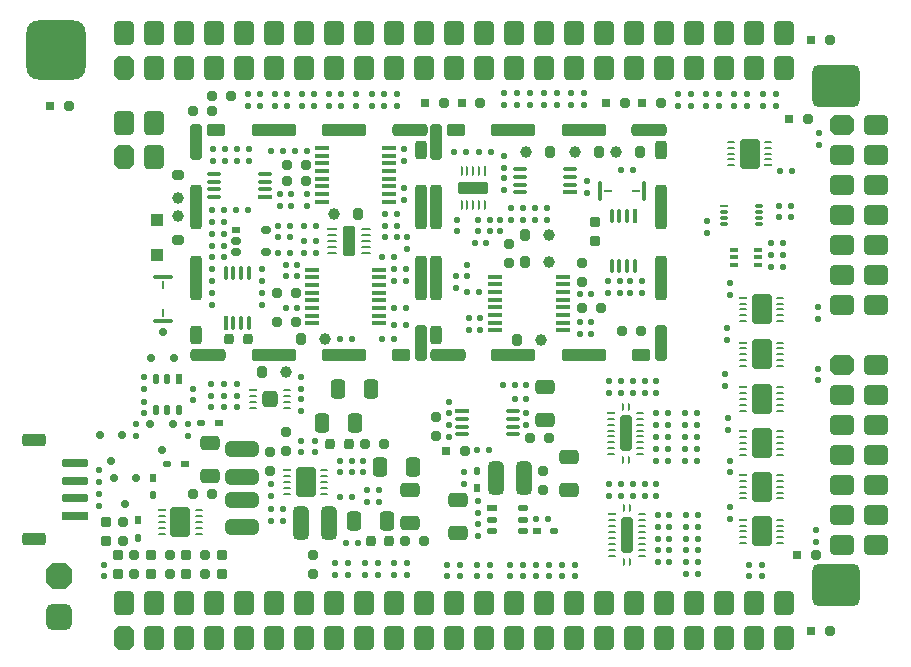
<source format=gbr>
%TF.GenerationSoftware,Altium Limited,Altium Designer,21.1.0 (24)*%
G04 Layer_Color=255*
%FSLAX45Y45*%
%MOMM*%
%TF.SameCoordinates,396C0E3A-29EE-4C6C-8395-06145A698007*%
%TF.FilePolarity,Positive*%
%TF.FileFunction,Pads,Top*%
%TF.Part,Single*%
G01*
G75*
%TA.AperFunction,SMDPad,CuDef*%
G04:AMPARAMS|DCode=11|XSize=3mm|YSize=1mm|CornerRadius=0.25mm|HoleSize=0mm|Usage=FLASHONLY|Rotation=0.000|XOffset=0mm|YOffset=0mm|HoleType=Round|Shape=RoundedRectangle|*
%AMROUNDEDRECTD11*
21,1,3.00000,0.50000,0,0,0.0*
21,1,2.50000,1.00000,0,0,0.0*
1,1,0.50000,1.25000,-0.25000*
1,1,0.50000,-1.25000,-0.25000*
1,1,0.50000,-1.25000,0.25000*
1,1,0.50000,1.25000,0.25000*
%
%ADD11ROUNDEDRECTD11*%
G04:AMPARAMS|DCode=12|XSize=1.6mm|YSize=1mm|CornerRadius=0.25mm|HoleSize=0mm|Usage=FLASHONLY|Rotation=90.000|XOffset=0mm|YOffset=0mm|HoleType=Round|Shape=RoundedRectangle|*
%AMROUNDEDRECTD12*
21,1,1.60000,0.50000,0,0,90.0*
21,1,1.10000,1.00000,0,0,90.0*
1,1,0.50000,0.25000,0.55000*
1,1,0.50000,0.25000,-0.55000*
1,1,0.50000,-0.25000,-0.55000*
1,1,0.50000,-0.25000,0.55000*
%
%ADD12ROUNDEDRECTD12*%
G04:AMPARAMS|DCode=13|XSize=3.8mm|YSize=1mm|CornerRadius=0.25mm|HoleSize=0mm|Usage=FLASHONLY|Rotation=270.000|XOffset=0mm|YOffset=0mm|HoleType=Round|Shape=RoundedRectangle|*
%AMROUNDEDRECTD13*
21,1,3.80000,0.50000,0,0,270.0*
21,1,3.30000,1.00000,0,0,270.0*
1,1,0.50000,-0.25000,-1.65000*
1,1,0.50000,-0.25000,1.65000*
1,1,0.50000,0.25000,1.65000*
1,1,0.50000,0.25000,-1.65000*
%
%ADD13ROUNDEDRECTD13*%
G04:AMPARAMS|DCode=14|XSize=3.8mm|YSize=1mm|CornerRadius=0.25mm|HoleSize=0mm|Usage=FLASHONLY|Rotation=0.000|XOffset=0mm|YOffset=0mm|HoleType=Round|Shape=RoundedRectangle|*
%AMROUNDEDRECTD14*
21,1,3.80000,0.50000,0,0,0.0*
21,1,3.30000,1.00000,0,0,0.0*
1,1,0.50000,1.65000,-0.25000*
1,1,0.50000,-1.65000,-0.25000*
1,1,0.50000,-1.65000,0.25000*
1,1,0.50000,1.65000,0.25000*
%
%ADD14ROUNDEDRECTD14*%
G04:AMPARAMS|DCode=15|XSize=3mm|YSize=1mm|CornerRadius=0.25mm|HoleSize=0mm|Usage=FLASHONLY|Rotation=270.000|XOffset=0mm|YOffset=0mm|HoleType=Round|Shape=RoundedRectangle|*
%AMROUNDEDRECTD15*
21,1,3.00000,0.50000,0,0,270.0*
21,1,2.50000,1.00000,0,0,270.0*
1,1,0.50000,-0.25000,-1.25000*
1,1,0.50000,-0.25000,1.25000*
1,1,0.50000,0.25000,1.25000*
1,1,0.50000,0.25000,-1.25000*
%
%ADD15ROUNDEDRECTD15*%
G04:AMPARAMS|DCode=16|XSize=1.6mm|YSize=1mm|CornerRadius=0.25mm|HoleSize=0mm|Usage=FLASHONLY|Rotation=0.000|XOffset=0mm|YOffset=0mm|HoleType=Round|Shape=RoundedRectangle|*
%AMROUNDEDRECTD16*
21,1,1.60000,0.50000,0,0,0.0*
21,1,1.10000,1.00000,0,0,0.0*
1,1,0.50000,0.55000,-0.25000*
1,1,0.50000,-0.55000,-0.25000*
1,1,0.50000,-0.55000,0.25000*
1,1,0.50000,0.55000,0.25000*
%
%ADD16ROUNDEDRECTD16*%
%ADD17R,0.24000X0.70000*%
%ADD18O,1.70000X0.30000*%
%ADD19R,0.70000X0.24000*%
%ADD20O,0.30000X1.70000*%
G04:AMPARAMS|DCode=21|XSize=0.55mm|YSize=0.9mm|CornerRadius=0.1375mm|HoleSize=0mm|Usage=FLASHONLY|Rotation=90.000|XOffset=0mm|YOffset=0mm|HoleType=Round|Shape=RoundedRectangle|*
%AMROUNDEDRECTD21*
21,1,0.55000,0.62500,0,0,90.0*
21,1,0.27500,0.90000,0,0,90.0*
1,1,0.27500,0.31250,0.13750*
1,1,0.27500,0.31250,-0.13750*
1,1,0.27500,-0.31250,-0.13750*
1,1,0.27500,-0.31250,0.13750*
%
%ADD21ROUNDEDRECTD21*%
%ADD22R,0.90000X0.55000*%
%ADD23R,1.15000X0.38000*%
G04:AMPARAMS|DCode=24|XSize=0.38mm|YSize=1.15mm|CornerRadius=0.095mm|HoleSize=0mm|Usage=FLASHONLY|Rotation=90.000|XOffset=0mm|YOffset=0mm|HoleType=Round|Shape=RoundedRectangle|*
%AMROUNDEDRECTD24*
21,1,0.38000,0.96000,0,0,90.0*
21,1,0.19000,1.15000,0,0,90.0*
1,1,0.19000,0.48000,0.09500*
1,1,0.19000,0.48000,-0.09500*
1,1,0.19000,-0.48000,-0.09500*
1,1,0.19000,-0.48000,0.09500*
%
%ADD24ROUNDEDRECTD24*%
%ADD25R,1.20000X0.38000*%
G04:AMPARAMS|DCode=26|XSize=0.38mm|YSize=1.2mm|CornerRadius=0.095mm|HoleSize=0mm|Usage=FLASHONLY|Rotation=90.000|XOffset=0mm|YOffset=0mm|HoleType=Round|Shape=RoundedRectangle|*
%AMROUNDEDRECTD26*
21,1,0.38000,1.01000,0,0,90.0*
21,1,0.19000,1.20000,0,0,90.0*
1,1,0.19000,0.50500,0.09500*
1,1,0.19000,0.50500,-0.09500*
1,1,0.19000,-0.50500,-0.09500*
1,1,0.19000,-0.50500,0.09500*
%
%ADD26ROUNDEDRECTD26*%
%ADD27R,0.70000X0.25000*%
G04:AMPARAMS|DCode=28|XSize=0.25mm|YSize=0.7mm|CornerRadius=0.0625mm|HoleSize=0mm|Usage=FLASHONLY|Rotation=90.000|XOffset=0mm|YOffset=0mm|HoleType=Round|Shape=RoundedRectangle|*
%AMROUNDEDRECTD28*
21,1,0.25000,0.57500,0,0,90.0*
21,1,0.12500,0.70000,0,0,90.0*
1,1,0.12500,0.28750,0.06250*
1,1,0.12500,0.28750,-0.06250*
1,1,0.12500,-0.28750,-0.06250*
1,1,0.12500,-0.28750,0.06250*
%
%ADD28ROUNDEDRECTD28*%
G04:AMPARAMS|DCode=29|XSize=1.4mm|YSize=1.3mm|CornerRadius=0.325mm|HoleSize=0mm|Usage=FLASHONLY|Rotation=90.000|XOffset=0mm|YOffset=0mm|HoleType=Round|Shape=RoundedRectangle|*
%AMROUNDEDRECTD29*
21,1,1.40000,0.65000,0,0,90.0*
21,1,0.75000,1.30000,0,0,90.0*
1,1,0.65000,0.32500,0.37500*
1,1,0.65000,0.32500,-0.37500*
1,1,0.65000,-0.32500,-0.37500*
1,1,0.65000,-0.32500,0.37500*
%
%ADD29ROUNDEDRECTD29*%
G04:AMPARAMS|DCode=30|XSize=2.55mm|YSize=1.1mm|CornerRadius=0.275mm|HoleSize=0mm|Usage=FLASHONLY|Rotation=90.000|XOffset=0mm|YOffset=0mm|HoleType=Round|Shape=RoundedRectangle|*
%AMROUNDEDRECTD30*
21,1,2.55000,0.55000,0,0,90.0*
21,1,2.00000,1.10000,0,0,90.0*
1,1,0.55000,0.27500,1.00000*
1,1,0.55000,0.27500,-1.00000*
1,1,0.55000,-0.27500,-1.00000*
1,1,0.55000,-0.27500,1.00000*
%
%ADD30ROUNDEDRECTD30*%
G04:AMPARAMS|DCode=31|XSize=0.25mm|YSize=0.85mm|CornerRadius=0.0625mm|HoleSize=0mm|Usage=FLASHONLY|Rotation=90.000|XOffset=0mm|YOffset=0mm|HoleType=Round|Shape=RoundedRectangle|*
%AMROUNDEDRECTD31*
21,1,0.25000,0.72500,0,0,90.0*
21,1,0.12500,0.85000,0,0,90.0*
1,1,0.12500,0.36250,0.06250*
1,1,0.12500,0.36250,-0.06250*
1,1,0.12500,-0.36250,-0.06250*
1,1,0.12500,-0.36250,0.06250*
%
%ADD31ROUNDEDRECTD31*%
%ADD32R,0.85000X0.25000*%
G04:AMPARAMS|DCode=33|XSize=0.55mm|YSize=0.9mm|CornerRadius=0.1375mm|HoleSize=0mm|Usage=FLASHONLY|Rotation=0.000|XOffset=0mm|YOffset=0mm|HoleType=Round|Shape=RoundedRectangle|*
%AMROUNDEDRECTD33*
21,1,0.55000,0.62500,0,0,0.0*
21,1,0.27500,0.90000,0,0,0.0*
1,1,0.27500,0.13750,-0.31250*
1,1,0.27500,-0.13750,-0.31250*
1,1,0.27500,-0.13750,0.31250*
1,1,0.27500,0.13750,0.31250*
%
%ADD33ROUNDEDRECTD33*%
%ADD34R,0.55000X0.90000*%
%ADD35R,0.80000X0.60000*%
G04:AMPARAMS|DCode=36|XSize=0.6mm|YSize=0.8mm|CornerRadius=0.15mm|HoleSize=0mm|Usage=FLASHONLY|Rotation=90.000|XOffset=0mm|YOffset=0mm|HoleType=Round|Shape=RoundedRectangle|*
%AMROUNDEDRECTD36*
21,1,0.60000,0.50000,0,0,90.0*
21,1,0.30000,0.80000,0,0,90.0*
1,1,0.30000,0.25000,0.15000*
1,1,0.30000,0.25000,-0.15000*
1,1,0.30000,-0.25000,-0.15000*
1,1,0.30000,-0.25000,0.15000*
%
%ADD36ROUNDEDRECTD36*%
%ADD37R,0.38000X1.15000*%
G04:AMPARAMS|DCode=38|XSize=0.38mm|YSize=1.15mm|CornerRadius=0.095mm|HoleSize=0mm|Usage=FLASHONLY|Rotation=180.000|XOffset=0mm|YOffset=0mm|HoleType=Round|Shape=RoundedRectangle|*
%AMROUNDEDRECTD38*
21,1,0.38000,0.96000,0,0,180.0*
21,1,0.19000,1.15000,0,0,180.0*
1,1,0.19000,-0.09500,0.48000*
1,1,0.19000,0.09500,0.48000*
1,1,0.19000,0.09500,-0.48000*
1,1,0.19000,-0.09500,-0.48000*
%
%ADD38ROUNDEDRECTD38*%
G04:AMPARAMS|DCode=39|XSize=2.5mm|YSize=1.7mm|CornerRadius=0.17mm|HoleSize=0mm|Usage=FLASHONLY|Rotation=90.000|XOffset=0mm|YOffset=0mm|HoleType=Round|Shape=RoundedRectangle|*
%AMROUNDEDRECTD39*
21,1,2.50000,1.36000,0,0,90.0*
21,1,2.16000,1.70000,0,0,90.0*
1,1,0.34000,0.68000,1.08000*
1,1,0.34000,0.68000,-1.08000*
1,1,0.34000,-0.68000,-1.08000*
1,1,0.34000,-0.68000,1.08000*
%
%ADD39ROUNDEDRECTD39*%
%ADD40R,0.65000X0.27000*%
G04:AMPARAMS|DCode=41|XSize=0.27mm|YSize=0.65mm|CornerRadius=0.0675mm|HoleSize=0mm|Usage=FLASHONLY|Rotation=90.000|XOffset=0mm|YOffset=0mm|HoleType=Round|Shape=RoundedRectangle|*
%AMROUNDEDRECTD41*
21,1,0.27000,0.51501,0,0,90.0*
21,1,0.13500,0.65000,0,0,90.0*
1,1,0.13500,0.25750,0.06750*
1,1,0.13500,0.25750,-0.06750*
1,1,0.13500,-0.25750,-0.06750*
1,1,0.13500,-0.25750,0.06750*
%
%ADD41ROUNDEDRECTD41*%
%ADD42R,0.70000X0.38000*%
G04:AMPARAMS|DCode=43|XSize=0.38mm|YSize=0.7mm|CornerRadius=0.095mm|HoleSize=0mm|Usage=FLASHONLY|Rotation=90.000|XOffset=0mm|YOffset=0mm|HoleType=Round|Shape=RoundedRectangle|*
%AMROUNDEDRECTD43*
21,1,0.38000,0.51000,0,0,90.0*
21,1,0.19000,0.70000,0,0,90.0*
1,1,0.19000,0.25500,0.09500*
1,1,0.19000,0.25500,-0.09500*
1,1,0.19000,-0.25500,-0.09500*
1,1,0.19000,-0.25500,0.09500*
%
%ADD43ROUNDEDRECTD43*%
G04:AMPARAMS|DCode=44|XSize=0.25mm|YSize=0.7mm|CornerRadius=0.0625mm|HoleSize=0mm|Usage=FLASHONLY|Rotation=0.000|XOffset=0mm|YOffset=0mm|HoleType=Round|Shape=RoundedRectangle|*
%AMROUNDEDRECTD44*
21,1,0.25000,0.57500,0,0,0.0*
21,1,0.12500,0.70000,0,0,0.0*
1,1,0.12500,0.06250,-0.28750*
1,1,0.12500,-0.06250,-0.28750*
1,1,0.12500,-0.06250,0.28750*
1,1,0.12500,0.06250,0.28750*
%
%ADD44ROUNDEDRECTD44*%
G04:AMPARAMS|DCode=45|XSize=1mm|YSize=3mm|CornerRadius=0.25mm|HoleSize=0mm|Usage=FLASHONLY|Rotation=0.000|XOffset=0mm|YOffset=0mm|HoleType=Round|Shape=RoundedRectangle|*
%AMROUNDEDRECTD45*
21,1,1.00000,2.50000,0,0,0.0*
21,1,0.50000,3.00000,0,0,0.0*
1,1,0.50000,0.25000,-1.25000*
1,1,0.50000,-0.25000,-1.25000*
1,1,0.50000,-0.25000,1.25000*
1,1,0.50000,0.25000,1.25000*
%
%ADD45ROUNDEDRECTD45*%
G04:AMPARAMS|DCode=46|XSize=2.55mm|YSize=1.1mm|CornerRadius=0.275mm|HoleSize=0mm|Usage=FLASHONLY|Rotation=0.000|XOffset=0mm|YOffset=0mm|HoleType=Round|Shape=RoundedRectangle|*
%AMROUNDEDRECTD46*
21,1,2.55000,0.55000,0,0,0.0*
21,1,2.00000,1.10000,0,0,0.0*
1,1,0.55000,1.00000,-0.27500*
1,1,0.55000,-1.00000,-0.27500*
1,1,0.55000,-1.00000,0.27500*
1,1,0.55000,1.00000,0.27500*
%
%ADD46ROUNDEDRECTD46*%
G04:AMPARAMS|DCode=47|XSize=0.25mm|YSize=0.85mm|CornerRadius=0.0625mm|HoleSize=0mm|Usage=FLASHONLY|Rotation=0.000|XOffset=0mm|YOffset=0mm|HoleType=Round|Shape=RoundedRectangle|*
%AMROUNDEDRECTD47*
21,1,0.25000,0.72500,0,0,0.0*
21,1,0.12500,0.85000,0,0,0.0*
1,1,0.12500,0.06250,-0.36250*
1,1,0.12500,-0.06250,-0.36250*
1,1,0.12500,-0.06250,0.36250*
1,1,0.12500,0.06250,0.36250*
%
%ADD47ROUNDEDRECTD47*%
%ADD48R,0.25000X0.85000*%
%ADD49C,1.00000*%
G04:AMPARAMS|DCode=50|XSize=0.8mm|YSize=1mm|CornerRadius=0.2mm|HoleSize=0mm|Usage=FLASHONLY|Rotation=180.000|XOffset=0mm|YOffset=0mm|HoleType=Round|Shape=RoundedRectangle|*
%AMROUNDEDRECTD50*
21,1,0.80000,0.60000,0,0,180.0*
21,1,0.40000,1.00000,0,0,180.0*
1,1,0.40000,-0.20000,0.30000*
1,1,0.40000,0.20000,0.30000*
1,1,0.40000,0.20000,-0.30000*
1,1,0.40000,-0.20000,-0.30000*
%
%ADD50ROUNDEDRECTD50*%
G04:AMPARAMS|DCode=51|XSize=0.8mm|YSize=1mm|CornerRadius=0.2mm|HoleSize=0mm|Usage=FLASHONLY|Rotation=90.000|XOffset=0mm|YOffset=0mm|HoleType=Round|Shape=RoundedRectangle|*
%AMROUNDEDRECTD51*
21,1,0.80000,0.60000,0,0,90.0*
21,1,0.40000,1.00000,0,0,90.0*
1,1,0.40000,0.30000,0.20000*
1,1,0.40000,0.30000,-0.20000*
1,1,0.40000,-0.30000,-0.20000*
1,1,0.40000,-0.30000,0.20000*
%
%ADD51ROUNDEDRECTD51*%
G04:AMPARAMS|DCode=52|XSize=0.6mm|YSize=0.7mm|CornerRadius=0.15mm|HoleSize=0mm|Usage=FLASHONLY|Rotation=0.000|XOffset=0mm|YOffset=0mm|HoleType=Round|Shape=RoundedRectangle|*
%AMROUNDEDRECTD52*
21,1,0.60000,0.40000,0,0,0.0*
21,1,0.30000,0.70000,0,0,0.0*
1,1,0.30000,0.15000,-0.20000*
1,1,0.30000,-0.15000,-0.20000*
1,1,0.30000,-0.15000,0.20000*
1,1,0.30000,0.15000,0.20000*
%
%ADD52ROUNDEDRECTD52*%
G04:AMPARAMS|DCode=53|XSize=0.5mm|YSize=0.5mm|CornerRadius=0.125mm|HoleSize=0mm|Usage=FLASHONLY|Rotation=90.000|XOffset=0mm|YOffset=0mm|HoleType=Round|Shape=RoundedRectangle|*
%AMROUNDEDRECTD53*
21,1,0.50000,0.25000,0,0,90.0*
21,1,0.25000,0.50000,0,0,90.0*
1,1,0.25000,0.12500,0.12500*
1,1,0.25000,0.12500,-0.12500*
1,1,0.25000,-0.12500,-0.12500*
1,1,0.25000,-0.12500,0.12500*
%
%ADD53ROUNDEDRECTD53*%
G04:AMPARAMS|DCode=54|XSize=0.5mm|YSize=0.5mm|CornerRadius=0.125mm|HoleSize=0mm|Usage=FLASHONLY|Rotation=180.000|XOffset=0mm|YOffset=0mm|HoleType=Round|Shape=RoundedRectangle|*
%AMROUNDEDRECTD54*
21,1,0.50000,0.25000,0,0,180.0*
21,1,0.25000,0.50000,0,0,180.0*
1,1,0.25000,-0.12500,0.12500*
1,1,0.25000,0.12500,0.12500*
1,1,0.25000,0.12500,-0.12500*
1,1,0.25000,-0.12500,-0.12500*
%
%ADD54ROUNDEDRECTD54*%
G04:AMPARAMS|DCode=55|XSize=0.9mm|YSize=0.8mm|CornerRadius=0.2mm|HoleSize=0mm|Usage=FLASHONLY|Rotation=270.000|XOffset=0mm|YOffset=0mm|HoleType=Round|Shape=RoundedRectangle|*
%AMROUNDEDRECTD55*
21,1,0.90000,0.40000,0,0,270.0*
21,1,0.50000,0.80000,0,0,270.0*
1,1,0.40000,-0.20000,-0.25000*
1,1,0.40000,-0.20000,0.25000*
1,1,0.40000,0.20000,0.25000*
1,1,0.40000,0.20000,-0.25000*
%
%ADD55ROUNDEDRECTD55*%
G04:AMPARAMS|DCode=56|XSize=0.9mm|YSize=0.8mm|CornerRadius=0.2mm|HoleSize=0mm|Usage=FLASHONLY|Rotation=0.000|XOffset=0mm|YOffset=0mm|HoleType=Round|Shape=RoundedRectangle|*
%AMROUNDEDRECTD56*
21,1,0.90000,0.40000,0,0,0.0*
21,1,0.50000,0.80000,0,0,0.0*
1,1,0.40000,0.25000,-0.20000*
1,1,0.40000,-0.25000,-0.20000*
1,1,0.40000,-0.25000,0.20000*
1,1,0.40000,0.25000,0.20000*
%
%ADD56ROUNDEDRECTD56*%
%ADD57R,2.20000X0.70000*%
G04:AMPARAMS|DCode=58|XSize=2.2mm|YSize=0.7mm|CornerRadius=0.175mm|HoleSize=0mm|Usage=FLASHONLY|Rotation=180.000|XOffset=0mm|YOffset=0mm|HoleType=Round|Shape=RoundedRectangle|*
%AMROUNDEDRECTD58*
21,1,2.20000,0.35000,0,0,180.0*
21,1,1.85000,0.70000,0,0,180.0*
1,1,0.35000,-0.92500,0.17500*
1,1,0.35000,0.92500,0.17500*
1,1,0.35000,0.92500,-0.17500*
1,1,0.35000,-0.92500,-0.17500*
%
%ADD58ROUNDEDRECTD58*%
G04:AMPARAMS|DCode=59|XSize=2mm|YSize=1.1mm|CornerRadius=0.275mm|HoleSize=0mm|Usage=FLASHONLY|Rotation=180.000|XOffset=0mm|YOffset=0mm|HoleType=Round|Shape=RoundedRectangle|*
%AMROUNDEDRECTD59*
21,1,2.00000,0.55000,0,0,180.0*
21,1,1.45000,1.10000,0,0,180.0*
1,1,0.55000,-0.72500,0.27500*
1,1,0.55000,0.72500,0.27500*
1,1,0.55000,0.72500,-0.27500*
1,1,0.55000,-0.72500,-0.27500*
%
%ADD59ROUNDEDRECTD59*%
G04:AMPARAMS|DCode=60|XSize=2.8mm|YSize=1.3mm|CornerRadius=0.325mm|HoleSize=0mm|Usage=FLASHONLY|Rotation=90.000|XOffset=0mm|YOffset=0mm|HoleType=Round|Shape=RoundedRectangle|*
%AMROUNDEDRECTD60*
21,1,2.80000,0.65000,0,0,90.0*
21,1,2.15000,1.30000,0,0,90.0*
1,1,0.65000,0.32500,1.07500*
1,1,0.65000,0.32500,-1.07500*
1,1,0.65000,-0.32500,-1.07500*
1,1,0.65000,-0.32500,1.07500*
%
%ADD60ROUNDEDRECTD60*%
G04:AMPARAMS|DCode=61|XSize=2.8mm|YSize=1.3mm|CornerRadius=0.325mm|HoleSize=0mm|Usage=FLASHONLY|Rotation=0.000|XOffset=0mm|YOffset=0mm|HoleType=Round|Shape=RoundedRectangle|*
%AMROUNDEDRECTD61*
21,1,2.80000,0.65000,0,0,0.0*
21,1,2.15000,1.30000,0,0,0.0*
1,1,0.65000,1.07500,-0.32500*
1,1,0.65000,-1.07500,-0.32500*
1,1,0.65000,-1.07500,0.32500*
1,1,0.65000,1.07500,0.32500*
%
%ADD61ROUNDEDRECTD61*%
G04:AMPARAMS|DCode=62|XSize=0.5mm|YSize=0.7mm|CornerRadius=0.125mm|HoleSize=0mm|Usage=FLASHONLY|Rotation=270.000|XOffset=0mm|YOffset=0mm|HoleType=Round|Shape=RoundedRectangle|*
%AMROUNDEDRECTD62*
21,1,0.50000,0.45000,0,0,270.0*
21,1,0.25000,0.70000,0,0,270.0*
1,1,0.25000,-0.22500,-0.12500*
1,1,0.25000,-0.22500,0.12500*
1,1,0.25000,0.22500,0.12500*
1,1,0.25000,0.22500,-0.12500*
%
%ADD62ROUNDEDRECTD62*%
%ADD63R,0.70000X0.50000*%
G04:AMPARAMS|DCode=64|XSize=0.5mm|YSize=0.7mm|CornerRadius=0.125mm|HoleSize=0mm|Usage=FLASHONLY|Rotation=0.000|XOffset=0mm|YOffset=0mm|HoleType=Round|Shape=RoundedRectangle|*
%AMROUNDEDRECTD64*
21,1,0.50000,0.45000,0,0,0.0*
21,1,0.25000,0.70000,0,0,0.0*
1,1,0.25000,0.12500,-0.22500*
1,1,0.25000,-0.12500,-0.22500*
1,1,0.25000,-0.12500,0.22500*
1,1,0.25000,0.12500,0.22500*
%
%ADD64ROUNDEDRECTD64*%
%ADD65R,0.50000X0.70000*%
%ADD66R,0.80000X0.80000*%
G04:AMPARAMS|DCode=67|XSize=0.8mm|YSize=0.8mm|CornerRadius=0.2mm|HoleSize=0mm|Usage=FLASHONLY|Rotation=90.000|XOffset=0mm|YOffset=0mm|HoleType=Round|Shape=RoundedRectangle|*
%AMROUNDEDRECTD67*
21,1,0.80000,0.40000,0,0,90.0*
21,1,0.40000,0.80000,0,0,90.0*
1,1,0.40000,0.20000,0.20000*
1,1,0.40000,0.20000,-0.20000*
1,1,0.40000,-0.20000,-0.20000*
1,1,0.40000,-0.20000,0.20000*
%
%ADD67ROUNDEDRECTD67*%
%ADD68R,1.10000X1.10000*%
G04:AMPARAMS|DCode=69|XSize=1.1mm|YSize=1.1mm|CornerRadius=0.275mm|HoleSize=0mm|Usage=FLASHONLY|Rotation=0.000|XOffset=0mm|YOffset=0mm|HoleType=Round|Shape=RoundedRectangle|*
%AMROUNDEDRECTD69*
21,1,1.10000,0.55000,0,0,0.0*
21,1,0.55000,1.10000,0,0,0.0*
1,1,0.55000,0.27500,-0.27500*
1,1,0.55000,-0.27500,-0.27500*
1,1,0.55000,-0.27500,0.27500*
1,1,0.55000,0.27500,0.27500*
%
%ADD69ROUNDEDRECTD69*%
G04:AMPARAMS|DCode=70|XSize=1.65mm|YSize=1.25mm|CornerRadius=0.3125mm|HoleSize=0mm|Usage=FLASHONLY|Rotation=0.000|XOffset=0mm|YOffset=0mm|HoleType=Round|Shape=RoundedRectangle|*
%AMROUNDEDRECTD70*
21,1,1.65000,0.62500,0,0,0.0*
21,1,1.02500,1.25000,0,0,0.0*
1,1,0.62500,0.51250,-0.31250*
1,1,0.62500,-0.51250,-0.31250*
1,1,0.62500,-0.51250,0.31250*
1,1,0.62500,0.51250,0.31250*
%
%ADD70ROUNDEDRECTD70*%
G04:AMPARAMS|DCode=71|XSize=0.8mm|YSize=0.8mm|CornerRadius=0.2mm|HoleSize=0mm|Usage=FLASHONLY|Rotation=0.000|XOffset=0mm|YOffset=0mm|HoleType=Round|Shape=RoundedRectangle|*
%AMROUNDEDRECTD71*
21,1,0.80000,0.40000,0,0,0.0*
21,1,0.40000,0.80000,0,0,0.0*
1,1,0.40000,0.20000,-0.20000*
1,1,0.40000,-0.20000,-0.20000*
1,1,0.40000,-0.20000,0.20000*
1,1,0.40000,0.20000,0.20000*
%
%ADD71ROUNDEDRECTD71*%
G04:AMPARAMS|DCode=72|XSize=1.65mm|YSize=1.25mm|CornerRadius=0.3125mm|HoleSize=0mm|Usage=FLASHONLY|Rotation=270.000|XOffset=0mm|YOffset=0mm|HoleType=Round|Shape=RoundedRectangle|*
%AMROUNDEDRECTD72*
21,1,1.65000,0.62500,0,0,270.0*
21,1,1.02500,1.25000,0,0,270.0*
1,1,0.62500,-0.31250,-0.51250*
1,1,0.62500,-0.31250,0.51250*
1,1,0.62500,0.31250,0.51250*
1,1,0.62500,0.31250,-0.51250*
%
%ADD72ROUNDEDRECTD72*%
%TA.AperFunction,ComponentPad*%
G04:AMPARAMS|DCode=84|XSize=1.7mm|YSize=2.1mm|CornerRadius=0mm|HoleSize=0mm|Usage=FLASHONLY|Rotation=0.000|XOffset=0mm|YOffset=0mm|HoleType=Round|Shape=Octagon|*
%AMOCTAGOND84*
4,1,8,-0.42500,1.05000,0.42500,1.05000,0.85000,0.62500,0.85000,-0.62500,0.42500,-1.05000,-0.42500,-1.05000,-0.85000,-0.62500,-0.85000,0.62500,-0.42500,1.05000,0.0*
%
%ADD84OCTAGOND84*%

G04:AMPARAMS|DCode=85|XSize=1.7mm|YSize=2.1mm|CornerRadius=0.425mm|HoleSize=0mm|Usage=FLASHONLY|Rotation=0.000|XOffset=0mm|YOffset=0mm|HoleType=Round|Shape=RoundedRectangle|*
%AMROUNDEDRECTD85*
21,1,1.70000,1.25001,0,0,0.0*
21,1,0.85000,2.10000,0,0,0.0*
1,1,0.85000,0.42500,-0.62500*
1,1,0.85000,-0.42500,-0.62500*
1,1,0.85000,-0.42500,0.62500*
1,1,0.85000,0.42500,0.62500*
%
%ADD85ROUNDEDRECTD85*%
G04:AMPARAMS|DCode=86|XSize=1.7mm|YSize=2.1mm|CornerRadius=0.425mm|HoleSize=0mm|Usage=FLASHONLY|Rotation=270.000|XOffset=0mm|YOffset=0mm|HoleType=Round|Shape=RoundedRectangle|*
%AMROUNDEDRECTD86*
21,1,1.70000,1.25001,0,0,270.0*
21,1,0.85000,2.10000,0,0,270.0*
1,1,0.85000,-0.62500,-0.42500*
1,1,0.85000,-0.62500,0.42500*
1,1,0.85000,0.62500,0.42500*
1,1,0.85000,0.62500,-0.42500*
%
%ADD86ROUNDEDRECTD86*%
G04:AMPARAMS|DCode=87|XSize=1.7mm|YSize=2.1mm|CornerRadius=0mm|HoleSize=0mm|Usage=FLASHONLY|Rotation=270.000|XOffset=0mm|YOffset=0mm|HoleType=Round|Shape=Octagon|*
%AMOCTAGOND87*
4,1,8,1.05000,0.42500,1.05000,-0.42500,0.62500,-0.85000,-0.62500,-0.85000,-1.05000,-0.42500,-1.05000,0.42500,-0.62500,0.85000,0.62500,0.85000,1.05000,0.42500,0.0*
%
%ADD87OCTAGOND87*%

G04:AMPARAMS|DCode=88|XSize=4mm|YSize=3.6mm|CornerRadius=0.54mm|HoleSize=0mm|Usage=FLASHONLY|Rotation=0.000|XOffset=0mm|YOffset=0mm|HoleType=Round|Shape=RoundedRectangle|*
%AMROUNDEDRECTD88*
21,1,4.00000,2.52000,0,0,0.0*
21,1,2.92000,3.60000,0,0,0.0*
1,1,1.08000,1.46000,-1.26000*
1,1,1.08000,-1.46000,-1.26000*
1,1,1.08000,-1.46000,1.26000*
1,1,1.08000,1.46000,1.26000*
%
%ADD88ROUNDEDRECTD88*%
G04:AMPARAMS|DCode=89|XSize=5mm|YSize=5mm|CornerRadius=1mm|HoleSize=0mm|Usage=FLASHONLY|Rotation=0.000|XOffset=0mm|YOffset=0mm|HoleType=Round|Shape=RoundedRectangle|*
%AMROUNDEDRECTD89*
21,1,5.00000,3.00000,0,0,0.0*
21,1,3.00000,5.00000,0,0,0.0*
1,1,2.00000,1.50000,-1.50000*
1,1,2.00000,-1.50000,-1.50000*
1,1,2.00000,-1.50000,1.50000*
1,1,2.00000,1.50000,1.50000*
%
%ADD89ROUNDEDRECTD89*%
G04:AMPARAMS|DCode=90|XSize=2.2mm|YSize=2.2mm|CornerRadius=0mm|HoleSize=0mm|Usage=FLASHONLY|Rotation=270.000|XOffset=0mm|YOffset=0mm|HoleType=Round|Shape=Octagon|*
%AMOCTAGOND90*
4,1,8,-0.55000,-1.10000,0.55000,-1.10000,1.10000,-0.55000,1.10000,0.55000,0.55000,1.10000,-0.55000,1.10000,-1.10000,0.55000,-1.10000,-0.55000,-0.55000,-1.10000,0.0*
%
%ADD90OCTAGOND90*%

G04:AMPARAMS|DCode=91|XSize=2.2mm|YSize=2.2mm|CornerRadius=0.55mm|HoleSize=0mm|Usage=FLASHONLY|Rotation=270.000|XOffset=0mm|YOffset=0mm|HoleType=Round|Shape=RoundedRectangle|*
%AMROUNDEDRECTD91*
21,1,2.20000,1.10000,0,0,270.0*
21,1,1.10000,2.20000,0,0,270.0*
1,1,1.10000,-0.55000,-0.55000*
1,1,1.10000,-0.55000,0.55000*
1,1,1.10000,0.55000,0.55000*
1,1,1.10000,0.55000,-0.55000*
%
%ADD91ROUNDEDRECTD91*%
D11*
X6480000Y4470000D02*
D03*
X4775000Y2565000D02*
D03*
X2745000D02*
D03*
X4450000Y4470000D02*
D03*
D12*
X6580000Y4300000D02*
D03*
X4675000Y2735000D02*
D03*
X2645000D02*
D03*
X4550000Y4300000D02*
D03*
D13*
X6580000Y3815000D02*
D03*
Y3220000D02*
D03*
X4675000Y3815000D02*
D03*
Y3220000D02*
D03*
X4550000Y3815000D02*
D03*
Y3220000D02*
D03*
X2645000D02*
D03*
Y3815000D02*
D03*
D14*
X5925000Y4470000D02*
D03*
Y2565000D02*
D03*
X5330000Y4470000D02*
D03*
Y2565000D02*
D03*
X3895000D02*
D03*
X3300000D02*
D03*
Y4470000D02*
D03*
X3895000D02*
D03*
D15*
X6580000Y2665000D02*
D03*
X4675000Y4370000D02*
D03*
X4550000Y2665000D02*
D03*
X2645000Y4370000D02*
D03*
D16*
X6410000Y2565000D02*
D03*
X4845000Y4470000D02*
D03*
X4380000Y2565000D02*
D03*
X2815000Y4470000D02*
D03*
D17*
X2360000Y2920000D02*
D03*
Y3160000D02*
D03*
D18*
Y2855000D02*
D03*
Y3225000D02*
D03*
D19*
X6370000Y3950000D02*
D03*
X6130000D02*
D03*
D20*
X6435000D02*
D03*
X6065000D02*
D03*
D21*
X5410000Y1265000D02*
D03*
Y1170000D02*
D03*
Y1075000D02*
D03*
X5150000D02*
D03*
Y1170000D02*
D03*
D22*
Y1265000D02*
D03*
D23*
X4897500Y2087500D02*
D03*
X3222500Y3902500D02*
D03*
X5812500Y3942500D02*
D03*
D24*
X4897500Y2022500D02*
D03*
Y1957500D02*
D03*
Y1892500D02*
D03*
X5322500Y2087500D02*
D03*
Y2022500D02*
D03*
Y1957500D02*
D03*
Y1892500D02*
D03*
X3222500Y3967500D02*
D03*
Y4032500D02*
D03*
Y4097500D02*
D03*
X2797500Y3902500D02*
D03*
Y3967500D02*
D03*
Y4032500D02*
D03*
Y4097500D02*
D03*
X5812500Y4007500D02*
D03*
Y4072500D02*
D03*
Y4137500D02*
D03*
X5387500Y3942500D02*
D03*
Y4007500D02*
D03*
Y4072500D02*
D03*
Y4137500D02*
D03*
D25*
X3705000Y4317500D02*
D03*
X3625000Y3287500D02*
D03*
X5745000Y2772500D02*
D03*
D26*
X3705000Y4252500D02*
D03*
Y4187500D02*
D03*
Y4122500D02*
D03*
Y4057500D02*
D03*
Y3992500D02*
D03*
Y3927500D02*
D03*
Y3862500D02*
D03*
X4275000Y4317500D02*
D03*
Y4252500D02*
D03*
Y4187500D02*
D03*
Y4122500D02*
D03*
Y4057500D02*
D03*
Y3992500D02*
D03*
Y3927500D02*
D03*
Y3862500D02*
D03*
X3625000Y3222500D02*
D03*
Y3157500D02*
D03*
Y3092500D02*
D03*
Y3027500D02*
D03*
Y2962500D02*
D03*
Y2897500D02*
D03*
Y2832500D02*
D03*
X4195000Y3287500D02*
D03*
Y3222500D02*
D03*
Y3157500D02*
D03*
Y3092500D02*
D03*
Y3027500D02*
D03*
Y2962500D02*
D03*
Y2897500D02*
D03*
Y2832500D02*
D03*
X5745000Y2837500D02*
D03*
Y2902500D02*
D03*
Y2967500D02*
D03*
Y3032500D02*
D03*
Y3097500D02*
D03*
Y3162500D02*
D03*
Y3227500D02*
D03*
X5175000Y2772500D02*
D03*
Y2837500D02*
D03*
Y2902500D02*
D03*
Y2967500D02*
D03*
Y3032500D02*
D03*
Y3097500D02*
D03*
Y3162500D02*
D03*
Y3227500D02*
D03*
D27*
X3124999Y2265000D02*
D03*
X2355000Y1250000D02*
D03*
X3415000Y1590000D02*
D03*
X7275000Y3050000D02*
D03*
Y1170000D02*
D03*
Y1920000D02*
D03*
Y1550000D02*
D03*
X6165000Y1215000D02*
D03*
X7275000Y2290000D02*
D03*
X7485000Y4170000D02*
D03*
X7275000Y2670000D02*
D03*
X6154999Y2075000D02*
D03*
D28*
X3124999Y2215000D02*
D03*
Y2165000D02*
D03*
Y2115000D02*
D03*
X3414999Y2265000D02*
D03*
Y2215000D02*
D03*
Y2165000D02*
D03*
Y2115000D02*
D03*
X2665000Y1050000D02*
D03*
Y1100000D02*
D03*
Y1150000D02*
D03*
Y1200000D02*
D03*
Y1250000D02*
D03*
X2355000Y1050000D02*
D03*
Y1100000D02*
D03*
Y1150000D02*
D03*
Y1200000D02*
D03*
X3725000Y1390000D02*
D03*
Y1440000D02*
D03*
Y1490000D02*
D03*
Y1540000D02*
D03*
Y1590000D02*
D03*
X3415000Y1390000D02*
D03*
Y1440000D02*
D03*
Y1490000D02*
D03*
Y1540000D02*
D03*
X7585000Y2850000D02*
D03*
Y2900000D02*
D03*
Y2950000D02*
D03*
Y3000000D02*
D03*
Y3050000D02*
D03*
X7275000Y2850000D02*
D03*
Y2900000D02*
D03*
Y2950000D02*
D03*
Y3000000D02*
D03*
X7585000Y970000D02*
D03*
Y1020000D02*
D03*
Y1070000D02*
D03*
Y1120000D02*
D03*
Y1170000D02*
D03*
X7275000Y970000D02*
D03*
Y1020000D02*
D03*
Y1070000D02*
D03*
Y1120000D02*
D03*
X7585000Y1720000D02*
D03*
Y1770000D02*
D03*
Y1820000D02*
D03*
Y1870000D02*
D03*
Y1920000D02*
D03*
X7275000Y1720000D02*
D03*
Y1770000D02*
D03*
Y1820000D02*
D03*
Y1870000D02*
D03*
X7585000Y1350000D02*
D03*
Y1400000D02*
D03*
Y1450000D02*
D03*
Y1500000D02*
D03*
Y1550000D02*
D03*
X7275000Y1350000D02*
D03*
Y1400000D02*
D03*
Y1450000D02*
D03*
Y1500000D02*
D03*
X6165000Y1165000D02*
D03*
Y1115000D02*
D03*
Y1065000D02*
D03*
Y1015000D02*
D03*
Y965000D02*
D03*
Y915000D02*
D03*
Y865000D02*
D03*
X6415000Y865000D02*
D03*
Y915000D02*
D03*
Y965000D02*
D03*
Y1015000D02*
D03*
Y1065000D02*
D03*
Y1115000D02*
D03*
Y1165000D02*
D03*
Y1215000D02*
D03*
X7585000Y2090000D02*
D03*
Y2140000D02*
D03*
Y2190000D02*
D03*
Y2240000D02*
D03*
Y2290000D02*
D03*
X7275000Y2090000D02*
D03*
Y2140000D02*
D03*
Y2190000D02*
D03*
Y2240000D02*
D03*
X7175000Y4370000D02*
D03*
Y4320000D02*
D03*
Y4270000D02*
D03*
Y4220000D02*
D03*
Y4170000D02*
D03*
X7485000Y4370000D02*
D03*
Y4320000D02*
D03*
Y4270000D02*
D03*
Y4220000D02*
D03*
X7585000Y2470000D02*
D03*
Y2520000D02*
D03*
Y2570000D02*
D03*
Y2620000D02*
D03*
Y2670000D02*
D03*
X7275000Y2470000D02*
D03*
Y2520000D02*
D03*
Y2570000D02*
D03*
Y2620000D02*
D03*
X6154999Y2025000D02*
D03*
Y1975000D02*
D03*
Y1925000D02*
D03*
Y1875000D02*
D03*
Y1825000D02*
D03*
Y1775000D02*
D03*
Y1725000D02*
D03*
X6405000Y1725000D02*
D03*
Y1775000D02*
D03*
Y1825000D02*
D03*
Y1875000D02*
D03*
Y1925000D02*
D03*
Y1975000D02*
D03*
Y2025000D02*
D03*
Y2075000D02*
D03*
D29*
X3269999Y2190000D02*
D03*
D30*
X3940000Y3530000D02*
D03*
D31*
X4085000Y3430000D02*
D03*
Y3480000D02*
D03*
Y3530000D02*
D03*
Y3580000D02*
D03*
Y3630000D02*
D03*
X3795000Y3430000D02*
D03*
Y3480000D02*
D03*
Y3530000D02*
D03*
Y3580000D02*
D03*
D32*
Y3630000D02*
D03*
D33*
X2495000Y2100000D02*
D03*
X2400000D02*
D03*
X2305000D02*
D03*
Y2360000D02*
D03*
X2400000D02*
D03*
D34*
X2495000D02*
D03*
D35*
X2982500Y3625000D02*
D03*
D36*
Y3530000D02*
D03*
Y3435000D02*
D03*
X3237500D02*
D03*
Y3625000D02*
D03*
D37*
X2892500Y2837500D02*
D03*
X6357500Y3742500D02*
D03*
D38*
X2957500Y2837500D02*
D03*
X3022500D02*
D03*
X3087500D02*
D03*
X2892500Y3262500D02*
D03*
X2957500D02*
D03*
X3022500D02*
D03*
X3087500D02*
D03*
X6292500Y3742500D02*
D03*
X6227500D02*
D03*
X6162500D02*
D03*
X6357500Y3317500D02*
D03*
X6292500D02*
D03*
X6227500D02*
D03*
X6162500D02*
D03*
D39*
X2510000Y1150000D02*
D03*
X3570000Y1490000D02*
D03*
X7430000Y2950000D02*
D03*
Y1070000D02*
D03*
Y1820000D02*
D03*
Y1450000D02*
D03*
Y2190000D02*
D03*
X7330000Y4270000D02*
D03*
X7430000Y2570000D02*
D03*
D40*
X7110000Y3825000D02*
D03*
D41*
Y3775000D02*
D03*
Y3725000D02*
D03*
Y3675000D02*
D03*
X7410000Y3825000D02*
D03*
Y3775000D02*
D03*
Y3725000D02*
D03*
Y3675000D02*
D03*
D42*
X7200000Y3455000D02*
D03*
D43*
Y3390000D02*
D03*
Y3325000D02*
D03*
X7400000D02*
D03*
Y3390000D02*
D03*
Y3455000D02*
D03*
D44*
X6265000Y814999D02*
D03*
X6315000D02*
D03*
X6315000Y1265000D02*
D03*
X6265000D02*
D03*
X6255000Y1674999D02*
D03*
X6305000D02*
D03*
X6304999Y2125000D02*
D03*
X6254999D02*
D03*
D45*
X6290000Y1040000D02*
D03*
X6280000Y1900000D02*
D03*
D46*
X4990000Y3980000D02*
D03*
D47*
X4890000Y3835000D02*
D03*
X4940000D02*
D03*
X4990000D02*
D03*
X5040000D02*
D03*
X5090000D02*
D03*
X4890000Y4125000D02*
D03*
X4940000D02*
D03*
X4990000D02*
D03*
X5040000D02*
D03*
D48*
X5090000D02*
D03*
D49*
X5560000Y2690000D02*
D03*
X3400000Y2420000D02*
D03*
X3810000Y3760000D02*
D03*
X2490000Y3890000D02*
D03*
Y3740000D02*
D03*
X3730000Y2700000D02*
D03*
X5630000Y3350000D02*
D03*
X6200000Y4280000D02*
D03*
X5850000D02*
D03*
X5630000Y3580000D02*
D03*
X5440000Y4280000D02*
D03*
D50*
X5360000Y2690000D02*
D03*
X3200000Y2420000D02*
D03*
X4010000Y3760000D02*
D03*
X3530000Y2700000D02*
D03*
X5430000Y3350000D02*
D03*
X6400000Y4280000D02*
D03*
X6050000D02*
D03*
X5430000Y3580000D02*
D03*
X5640000Y4280000D02*
D03*
D51*
X2490000Y4090000D02*
D03*
Y3540000D02*
D03*
D52*
X2040000Y1300000D02*
D03*
X1945000Y1520000D02*
D03*
X2135000D02*
D03*
X2350000Y1760000D02*
D03*
X2255000Y1980000D02*
D03*
X2445000D02*
D03*
X1920000Y1670000D02*
D03*
X1825000Y1890000D02*
D03*
X2015000D02*
D03*
X2360000Y2760000D02*
D03*
X2455000Y2540000D02*
D03*
X2265000D02*
D03*
D53*
X5020000Y1760000D02*
D03*
X5120000D02*
D03*
X6780000Y1670000D02*
D03*
X6880000D02*
D03*
X6540000D02*
D03*
X6640000D02*
D03*
X5040000Y4280000D02*
D03*
X5140000D02*
D03*
X3960000Y1670000D02*
D03*
X3860000D02*
D03*
X3860000Y1570000D02*
D03*
X3960000D02*
D03*
X7580000Y3730000D02*
D03*
X7680000D02*
D03*
X6790000Y1210000D02*
D03*
X6890000D02*
D03*
X6550000D02*
D03*
X6650000D02*
D03*
X6790000Y810000D02*
D03*
X6890000D02*
D03*
X6550000D02*
D03*
X6650000D02*
D03*
X6790000Y910000D02*
D03*
X6890000D02*
D03*
X6550000D02*
D03*
X6650000D02*
D03*
X6790000Y1010000D02*
D03*
X6890000D02*
D03*
X6550000D02*
D03*
X6650000D02*
D03*
X6790000Y1110000D02*
D03*
X6890000D02*
D03*
X6550000D02*
D03*
X6650000D02*
D03*
X6780000Y1770000D02*
D03*
X6880000D02*
D03*
X6540000D02*
D03*
X6640000D02*
D03*
X6780000Y1870000D02*
D03*
X6880000D02*
D03*
X6540000D02*
D03*
X6640000D02*
D03*
X6780000Y1970000D02*
D03*
X6880000D02*
D03*
X6540000D02*
D03*
X6640000D02*
D03*
X6780000Y2070000D02*
D03*
X6880000D02*
D03*
X6540000D02*
D03*
X6640000D02*
D03*
X5440000Y2310000D02*
D03*
X5340000D02*
D03*
X5240000D02*
D03*
X3660000Y3660000D02*
D03*
X3560000D02*
D03*
X3090000Y4310000D02*
D03*
X2990000D02*
D03*
X3660000Y3430000D02*
D03*
X3560000D02*
D03*
X4220000Y3390000D02*
D03*
X4320000D02*
D03*
X3660000Y3530000D02*
D03*
X3560000D02*
D03*
X4320000Y2960000D02*
D03*
X4420000D02*
D03*
X4940000Y3100000D02*
D03*
X5040000D02*
D03*
X3960000Y2700000D02*
D03*
X3860000D02*
D03*
X2880000Y3690000D02*
D03*
X2780000D02*
D03*
X2880000Y3590000D02*
D03*
X2780000D02*
D03*
X2880000Y3390000D02*
D03*
X2780000D02*
D03*
X4220000Y2700000D02*
D03*
X4320000D02*
D03*
X7610000Y3410000D02*
D03*
X7510000D02*
D03*
X7610000Y3510000D02*
D03*
X7510000D02*
D03*
X6340000Y4130000D02*
D03*
X6240000D02*
D03*
X4930000Y4280000D02*
D03*
X4830000D02*
D03*
X5520000Y1180000D02*
D03*
X5620000D02*
D03*
X3380000Y4290000D02*
D03*
X3280000D02*
D03*
X3580000D02*
D03*
X3480000D02*
D03*
X2980000Y3790000D02*
D03*
X3080000D02*
D03*
X2880000D02*
D03*
X2780000D02*
D03*
X2990000Y4210000D02*
D03*
X3090000D02*
D03*
X6420000Y3090000D02*
D03*
X6320000D02*
D03*
X6420000Y3190000D02*
D03*
X6320000D02*
D03*
X3340000Y3560000D02*
D03*
X3440000D02*
D03*
X3340000Y3660000D02*
D03*
X3440000D02*
D03*
X4240000Y3560000D02*
D03*
X4340000D02*
D03*
X4240000Y3760000D02*
D03*
X4340000D02*
D03*
X4240000Y3660000D02*
D03*
X4340000D02*
D03*
X3340000Y3430000D02*
D03*
X3440000D02*
D03*
X6140000Y1470000D02*
D03*
X6240000D02*
D03*
X6140000Y2340000D02*
D03*
X6239999D02*
D03*
X3500000Y3330000D02*
D03*
X3400000D02*
D03*
X3500000Y3230000D02*
D03*
X3400000D02*
D03*
X4320000Y3190000D02*
D03*
X4420000D02*
D03*
X4320000Y3290000D02*
D03*
X4420000D02*
D03*
X3500000Y2960000D02*
D03*
X3400000D02*
D03*
X2780000Y3490000D02*
D03*
X2880000D02*
D03*
X6130000Y3090000D02*
D03*
X6230000D02*
D03*
X6130000Y3190000D02*
D03*
X6230000D02*
D03*
X7580000Y3830000D02*
D03*
X7680000D02*
D03*
X4010000Y970000D02*
D03*
X3910000D02*
D03*
X3960000Y1360000D02*
D03*
X3860000D02*
D03*
X3280000Y1160000D02*
D03*
X3380000D02*
D03*
Y1260000D02*
D03*
X3280000D02*
D03*
X5340000Y2190000D02*
D03*
X5440000D02*
D03*
X4320000Y2820000D02*
D03*
X4420000D02*
D03*
X7590000Y4120000D02*
D03*
X7690000D02*
D03*
X6890000Y710000D02*
D03*
X6790000D02*
D03*
X7510000Y3310000D02*
D03*
X7610000D02*
D03*
X6140000Y2240000D02*
D03*
X6239999D02*
D03*
X6140000Y1370000D02*
D03*
X6240000D02*
D03*
X5890000Y2740000D02*
D03*
X5990000D02*
D03*
X5890000Y2840000D02*
D03*
X5990000D02*
D03*
X5890000Y3080000D02*
D03*
X5990000D02*
D03*
X5000000Y3510000D02*
D03*
X5100000D02*
D03*
D54*
X7430000Y690000D02*
D03*
Y790000D02*
D03*
X7320000Y690000D02*
D03*
Y790000D02*
D03*
X5520000Y690000D02*
D03*
Y790000D02*
D03*
X5410000Y690000D02*
D03*
Y790000D02*
D03*
X5300000Y690000D02*
D03*
Y790000D02*
D03*
X5020000Y690000D02*
D03*
Y790000D02*
D03*
X5360000Y4780000D02*
D03*
Y4680000D02*
D03*
X4880000Y690000D02*
D03*
Y790000D02*
D03*
X4070000Y700000D02*
D03*
Y800000D02*
D03*
X3930000Y800000D02*
D03*
Y700000D02*
D03*
X4000000Y4770000D02*
D03*
Y4670000D02*
D03*
X4130000Y4670000D02*
D03*
Y4770000D02*
D03*
X3640000Y4770000D02*
D03*
Y4670000D02*
D03*
X3770000Y4670000D02*
D03*
Y4770000D02*
D03*
X7440000Y4770000D02*
D03*
Y4670000D02*
D03*
X7550000Y4670000D02*
D03*
Y4770000D02*
D03*
X7200000Y4770000D02*
D03*
Y4670000D02*
D03*
X7310000Y4670000D02*
D03*
Y4770000D02*
D03*
X6960000Y4770000D02*
D03*
Y4670000D02*
D03*
X7070000Y4670000D02*
D03*
Y4770000D02*
D03*
X6720000Y4770000D02*
D03*
Y4670000D02*
D03*
X6830000Y4670000D02*
D03*
Y4770000D02*
D03*
X5470000Y4680000D02*
D03*
Y4780000D02*
D03*
X5700000Y4780000D02*
D03*
Y4680000D02*
D03*
X5250000Y4680000D02*
D03*
Y4780000D02*
D03*
X5740000Y790000D02*
D03*
Y690000D02*
D03*
X5630000D02*
D03*
Y790000D02*
D03*
X4060000Y1570000D02*
D03*
Y1670000D02*
D03*
X5250000Y4250000D02*
D03*
Y4150000D02*
D03*
X4090000Y1419999D02*
D03*
Y1319999D02*
D03*
X6970000Y3700000D02*
D03*
Y3600000D02*
D03*
X5590000Y4680000D02*
D03*
Y4780000D02*
D03*
X4180000Y800000D02*
D03*
Y700000D02*
D03*
X3820000Y800000D02*
D03*
Y700000D02*
D03*
X5130000Y790000D02*
D03*
Y690000D02*
D03*
X4770000Y790000D02*
D03*
Y690000D02*
D03*
X3870000Y4670000D02*
D03*
Y4770000D02*
D03*
X3540000Y4670000D02*
D03*
Y4770000D02*
D03*
X4230000Y4670000D02*
D03*
Y4770000D02*
D03*
X1860000Y690000D02*
D03*
Y790000D02*
D03*
X2130000Y1980000D02*
D03*
Y1880000D02*
D03*
X1820000Y1490000D02*
D03*
Y1590000D02*
D03*
Y1290000D02*
D03*
Y1390000D02*
D03*
X3410000Y4770000D02*
D03*
Y4670000D02*
D03*
X2200000Y2070000D02*
D03*
Y2170000D02*
D03*
X5030000Y1230000D02*
D03*
Y1330000D02*
D03*
X2200000Y2380000D02*
D03*
Y2280000D02*
D03*
X5030000Y1030000D02*
D03*
Y1130000D02*
D03*
X2570000Y1880000D02*
D03*
Y1980000D02*
D03*
X5850000Y690000D02*
D03*
Y790000D02*
D03*
X4400000Y3980000D02*
D03*
Y3880000D02*
D03*
X2890000Y4210000D02*
D03*
Y4310000D02*
D03*
X3450000Y3930000D02*
D03*
Y3830000D02*
D03*
X5930000Y4680000D02*
D03*
Y4780000D02*
D03*
X3180000Y4670000D02*
D03*
Y4770000D02*
D03*
X5820000Y4680000D02*
D03*
Y4780000D02*
D03*
X3080000Y4670000D02*
D03*
Y4770000D02*
D03*
X2769998Y2119998D02*
D03*
Y2219998D02*
D03*
Y2319998D02*
D03*
X3530000Y2190000D02*
D03*
Y2090000D02*
D03*
X4320000Y700000D02*
D03*
Y800000D02*
D03*
X4430000Y700000D02*
D03*
Y800000D02*
D03*
X3310000Y4670000D02*
D03*
Y4770000D02*
D03*
X2879999Y2120000D02*
D03*
Y2220000D02*
D03*
Y2320000D02*
D03*
X2990003Y2319998D02*
D03*
Y2219998D02*
D03*
Y2119998D02*
D03*
X4850000Y3710000D02*
D03*
Y3610000D02*
D03*
X6440000Y1470000D02*
D03*
Y1370000D02*
D03*
Y2340000D02*
D03*
Y2240000D02*
D03*
X4840000Y3130000D02*
D03*
Y3230000D02*
D03*
X5510000Y3810000D02*
D03*
Y3710000D02*
D03*
X5610000Y3710000D02*
D03*
Y3810000D02*
D03*
X2620000Y2280000D02*
D03*
Y2180000D02*
D03*
X4910000Y1470000D02*
D03*
Y1570000D02*
D03*
X4780000Y2070000D02*
D03*
Y2170000D02*
D03*
X5440000Y1970001D02*
D03*
Y2070000D02*
D03*
X4780000Y1870000D02*
D03*
Y1970000D02*
D03*
X2780000Y3090000D02*
D03*
Y2990000D02*
D03*
Y3190000D02*
D03*
Y3290000D02*
D03*
X4340000Y4770000D02*
D03*
Y4670000D02*
D03*
X4400000Y4310000D02*
D03*
Y4210000D02*
D03*
X3580000Y3930000D02*
D03*
Y3830000D02*
D03*
X2790000Y4210000D02*
D03*
Y4310000D02*
D03*
X3350000Y3830000D02*
D03*
Y3930000D02*
D03*
X3530000Y2280000D02*
D03*
Y2380000D02*
D03*
X7890000Y1080000D02*
D03*
Y980000D02*
D03*
X4430000Y3460000D02*
D03*
Y3560000D02*
D03*
X7910000Y2450000D02*
D03*
Y2350000D02*
D03*
X7920000Y4440000D02*
D03*
Y4340000D02*
D03*
X3200000Y3090000D02*
D03*
Y2990000D02*
D03*
Y3190000D02*
D03*
Y3290000D02*
D03*
X6540000Y1470000D02*
D03*
Y1370000D02*
D03*
X6540000Y2340000D02*
D03*
Y2240000D02*
D03*
X7910000Y2870000D02*
D03*
Y2970000D02*
D03*
X3650000Y1840000D02*
D03*
Y1740000D02*
D03*
X3530000Y1840000D02*
D03*
Y1740000D02*
D03*
X3280000Y1470000D02*
D03*
Y1370000D02*
D03*
X4190000Y1320000D02*
D03*
Y1419999D02*
D03*
X4940000Y3230000D02*
D03*
Y3330000D02*
D03*
X7160000Y1570000D02*
D03*
Y1670000D02*
D03*
Y1180000D02*
D03*
Y1280000D02*
D03*
X7120000Y2300000D02*
D03*
Y2400000D02*
D03*
X7150000Y1930000D02*
D03*
Y2030000D02*
D03*
X7140000Y2690000D02*
D03*
Y2790000D02*
D03*
X7160000Y3070000D02*
D03*
Y3170000D02*
D03*
X6340000Y1370000D02*
D03*
Y1470000D02*
D03*
X6340000Y2240000D02*
D03*
Y2340000D02*
D03*
X4950000Y2780000D02*
D03*
Y2880000D02*
D03*
X5050000Y2780000D02*
D03*
Y2880000D02*
D03*
X5950000Y4040000D02*
D03*
Y3940000D02*
D03*
X5310000Y3810000D02*
D03*
Y3710000D02*
D03*
X5410000Y3810000D02*
D03*
Y3710000D02*
D03*
X5220000Y3710000D02*
D03*
Y3610000D02*
D03*
X5130000D02*
D03*
Y3710000D02*
D03*
X5030000Y3710000D02*
D03*
Y3610000D02*
D03*
X5250000Y4060000D02*
D03*
Y3960000D02*
D03*
D55*
X2920000Y2700000D02*
D03*
X3080000D02*
D03*
X3780000Y1810000D02*
D03*
X3940000D02*
D03*
X4120000Y990000D02*
D03*
X4280000D02*
D03*
D56*
X6020000Y3530000D02*
D03*
Y3690000D02*
D03*
X1880000Y990000D02*
D03*
Y1150000D02*
D03*
X1980000Y710000D02*
D03*
Y870000D02*
D03*
X2860000Y710000D02*
D03*
Y870000D02*
D03*
X2560000D02*
D03*
Y710000D02*
D03*
X2260000D02*
D03*
Y870000D02*
D03*
D57*
X1620000Y1200000D02*
D03*
D58*
Y1350000D02*
D03*
Y1500000D02*
D03*
Y1650000D02*
D03*
D59*
X1270000Y1845000D02*
D03*
Y1005000D02*
D03*
D60*
X3535000Y1140000D02*
D03*
X3765000D02*
D03*
X5415000Y1520000D02*
D03*
X5185000D02*
D03*
D61*
X3030000Y1335000D02*
D03*
Y1105000D02*
D03*
Y1535000D02*
D03*
Y1765000D02*
D03*
D62*
X2685000Y1990000D02*
D03*
X5675000Y1070000D02*
D03*
X2395000Y1640000D02*
D03*
D63*
X2835000Y1990000D02*
D03*
X5525000Y1070000D02*
D03*
X2545000Y1640000D02*
D03*
D64*
X2150000Y1015000D02*
D03*
X2280000Y1375000D02*
D03*
X5020000Y1585000D02*
D03*
D65*
X2150000Y1165000D02*
D03*
X2280000Y1525000D02*
D03*
X5020000Y1435000D02*
D03*
D66*
X4760000Y1750000D02*
D03*
X6420000Y4700000D02*
D03*
X4890000D02*
D03*
X6110000D02*
D03*
X4580000D02*
D03*
X1410000Y4670000D02*
D03*
X7730000Y870000D02*
D03*
X7660000Y4560000D02*
D03*
X7850000Y230000D02*
D03*
Y5230000D02*
D03*
D67*
X4920000Y1750000D02*
D03*
X6580000Y4700000D02*
D03*
X5050000D02*
D03*
X6270000D02*
D03*
X4740000D02*
D03*
X1570000Y4670000D02*
D03*
X7890000Y870000D02*
D03*
X7820000Y4560000D02*
D03*
X8010000Y230000D02*
D03*
Y5230000D02*
D03*
X4070000Y1810000D02*
D03*
X4230000D02*
D03*
X6250000Y2770000D02*
D03*
X6410000D02*
D03*
X5470000Y1860000D02*
D03*
X5630000D02*
D03*
X3570000Y4170000D02*
D03*
X3410000D02*
D03*
X3570000Y4040000D02*
D03*
X3410000D02*
D03*
X3490000Y3090000D02*
D03*
X3330000D02*
D03*
X3490000Y2840000D02*
D03*
X3330000D02*
D03*
X2620000Y4630000D02*
D03*
X2780000D02*
D03*
X4410000Y990000D02*
D03*
X4570000D02*
D03*
X2780000Y1390000D02*
D03*
X2620000D02*
D03*
X2940000Y4760000D02*
D03*
X2780000D02*
D03*
X5910000Y2960000D02*
D03*
X6070000D02*
D03*
D68*
X2310000Y3710000D02*
D03*
D69*
Y3410000D02*
D03*
D70*
X5600000Y2290001D02*
D03*
Y2010001D02*
D03*
X4860000Y1060000D02*
D03*
Y1340000D02*
D03*
X5800000Y1700000D02*
D03*
Y1420000D02*
D03*
X2760000Y1820000D02*
D03*
Y1540000D02*
D03*
X4450000Y1420000D02*
D03*
Y1140000D02*
D03*
D71*
X5580000Y1420000D02*
D03*
Y1580000D02*
D03*
X4670000Y1880000D02*
D03*
Y2040000D02*
D03*
X2020000Y990000D02*
D03*
Y1150000D02*
D03*
X5290000Y3340000D02*
D03*
Y3500000D02*
D03*
X3400000Y1750000D02*
D03*
Y1910000D02*
D03*
X3270000Y1580000D02*
D03*
Y1740000D02*
D03*
X2420000Y870000D02*
D03*
Y710000D02*
D03*
X2120000Y870000D02*
D03*
Y710000D02*
D03*
X2720000Y870000D02*
D03*
Y710000D02*
D03*
X3630000D02*
D03*
Y870000D02*
D03*
X5910000Y3180000D02*
D03*
Y3340000D02*
D03*
D72*
X4120000Y2280000D02*
D03*
X3840000D02*
D03*
X4480000Y1620000D02*
D03*
X4200000D02*
D03*
X4260000Y1160000D02*
D03*
X3980000D02*
D03*
X3990000Y1990000D02*
D03*
X3710000D02*
D03*
D84*
X2032000Y170500D02*
D03*
Y4996500D02*
D03*
Y4238400D02*
D03*
D85*
X2286000Y170500D02*
D03*
X2540000D02*
D03*
X2794000D02*
D03*
X3048000D02*
D03*
X3302000D02*
D03*
X3556000D02*
D03*
X3810000D02*
D03*
X4064000D02*
D03*
X4318000D02*
D03*
X4572000D02*
D03*
X4826000D02*
D03*
X5080000D02*
D03*
X5334000D02*
D03*
X5588000D02*
D03*
X5842000D02*
D03*
X6096000D02*
D03*
X6350000D02*
D03*
X6604000D02*
D03*
X6858000D02*
D03*
X7112000D02*
D03*
X7366000D02*
D03*
X7620000D02*
D03*
X2032000Y464500D02*
D03*
X2286000D02*
D03*
X2540000D02*
D03*
X2794000D02*
D03*
X3048000D02*
D03*
X3302000D02*
D03*
X3556000D02*
D03*
X3810000D02*
D03*
X4064000D02*
D03*
X4318000D02*
D03*
X4572000D02*
D03*
X4826000D02*
D03*
X5080000D02*
D03*
X5334000D02*
D03*
X5588000D02*
D03*
X5842000D02*
D03*
X6096000D02*
D03*
X6350000D02*
D03*
X6604000D02*
D03*
X6858000D02*
D03*
X7112000D02*
D03*
X7366000D02*
D03*
X7620000D02*
D03*
X2286000Y4996500D02*
D03*
X2540000D02*
D03*
X2794000D02*
D03*
X3048000D02*
D03*
X3302000D02*
D03*
X3556000D02*
D03*
X3810000D02*
D03*
X4064000D02*
D03*
X4318000D02*
D03*
X4572000D02*
D03*
X4826000D02*
D03*
X5080000D02*
D03*
X5334000D02*
D03*
X5588000D02*
D03*
X5842000D02*
D03*
X6096000D02*
D03*
X6350000D02*
D03*
X6604000D02*
D03*
X6858000D02*
D03*
X7112000D02*
D03*
X7366000D02*
D03*
X7620000D02*
D03*
X2032000Y5290500D02*
D03*
X2286000D02*
D03*
X2540000D02*
D03*
X2794000D02*
D03*
X3048000D02*
D03*
X3302000D02*
D03*
X3556000D02*
D03*
X3810000D02*
D03*
X4064000D02*
D03*
X4318000D02*
D03*
X4572000D02*
D03*
X4826000D02*
D03*
X5080000D02*
D03*
X5334000D02*
D03*
X5588000D02*
D03*
X5842000D02*
D03*
X6096000D02*
D03*
X6350000D02*
D03*
X6604000D02*
D03*
X6858000D02*
D03*
X7112000D02*
D03*
X7366000D02*
D03*
X7620000D02*
D03*
X2286000Y4238400D02*
D03*
Y4532400D02*
D03*
X2032000D02*
D03*
D86*
X8402000Y952800D02*
D03*
Y1206800D02*
D03*
Y1460800D02*
D03*
Y1714800D02*
D03*
Y1968800D02*
D03*
Y2222800D02*
D03*
Y2476800D02*
D03*
X8108000Y952800D02*
D03*
Y1206800D02*
D03*
Y1460800D02*
D03*
Y1714800D02*
D03*
Y1968800D02*
D03*
Y2222800D02*
D03*
Y4254800D02*
D03*
Y4000800D02*
D03*
Y3746800D02*
D03*
Y3492800D02*
D03*
Y3238800D02*
D03*
Y2984800D02*
D03*
X8402000Y4508800D02*
D03*
Y4254800D02*
D03*
Y4000800D02*
D03*
Y3746800D02*
D03*
Y3492800D02*
D03*
Y3238800D02*
D03*
Y2984800D02*
D03*
D87*
X8108000Y2476800D02*
D03*
Y4508800D02*
D03*
D88*
X8064500Y615000D02*
D03*
Y4846000D02*
D03*
D89*
X1460500Y5143500D02*
D03*
D90*
X1480000Y695000D02*
D03*
D91*
Y345000D02*
D03*
%TF.MD5,484d98e6b60d34812d49a4bc211c6168*%
M02*

</source>
